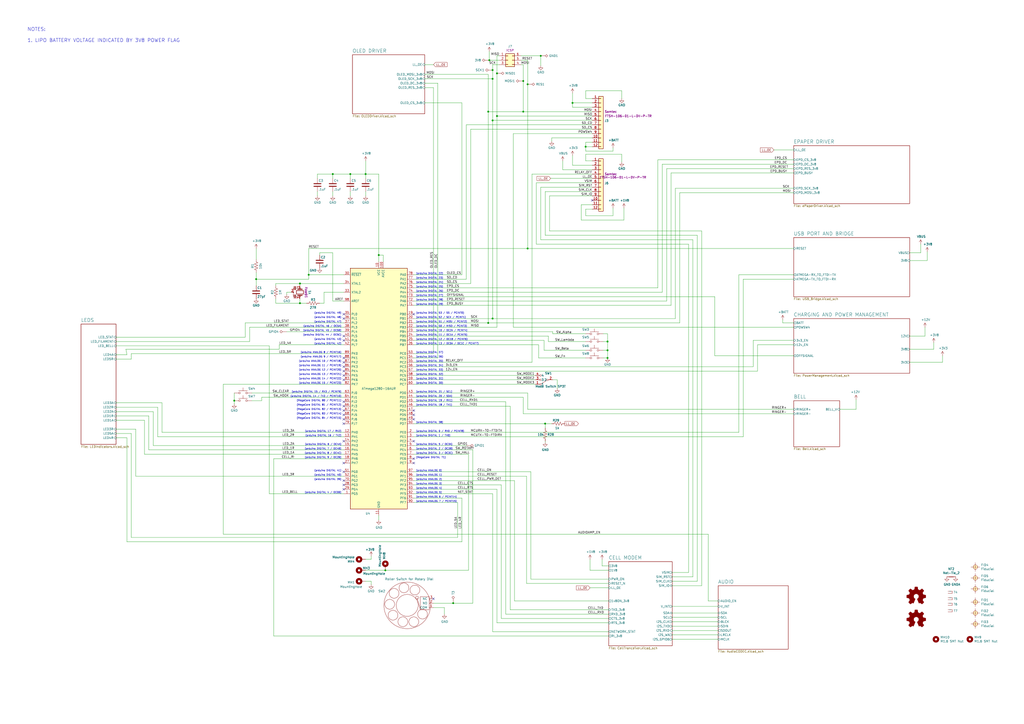
<source format=kicad_sch>
(kicad_sch (version 20230121) (generator eeschema)
  (paper "A2")
  (title_block (title "4G ROTARY CELLPHONE MAINBOARD") (company "J. Haupt") (comment 1 "Sky's Edge"))
  (junction (at 313.69 32.385))
  (junction (at 285.75 45.72))
  (junction (at 223.52 330.835))
  (junction (at 219.71 147.955))
  (junction (at 173.99 175.895))
  (junction (at 285.75 40.64))
  (junction (at 303.53 46.99))
  (junction (at 288.29 67.31))
  (junction (at 352.425 207.645))
  (junction (at 306.07 48.895))
  (junction (at 173.99 164.465))
  (junction (at 332.105 59.69))
  (junction (at 285.75 184.785))
  (junction (at 212.09 100.965))
  (junction (at 283.845 34.925))
  (junction (at 352.425 203.2))
  (junction (at 303.53 64.77))
  (junction (at 288.29 42.545))
  (junction (at 316.23 245.745))
  (junction (at 148.59 161.925))
  (junction (at 339.725 85.09))
  (junction (at 262.89 349.885))
  (junction (at 283.21 64.77))
  (junction (at 193.04 100.965))
  (junction (at 306.07 144.145))
  (junction (at 285.75 69.85))
  (junction (at 352.425 198.12))
  (junction (at 135.89 232.41))
  (junction (at 283.21 187.325))
  (junction (at 179.07 159.385))
  (junction (at 203.2 100.965))
  (no_connect (at 199.39 268.605))
  (no_connect (at 199.39 184.785))
  (no_connect (at 199.39 245.745))
  (no_connect (at 240.03 240.665))
  (no_connect (at 240.03 268.605))
  (no_connect (at 199.39 235.585))
  (no_connect (at 199.39 243.205))
  (no_connect (at 199.39 240.665))
  (no_connect (at 199.39 238.125))
  (no_connect (at 199.39 194.945))
  (no_connect (at 199.39 255.905))
  (no_connect (at 199.39 281.305))
  (no_connect (at 199.39 278.765))
  (no_connect (at 251.46 347.345))
  (no_connect (at 240.03 238.125))
  (no_connect (at 199.39 182.245))
  (no_connect (at 240.03 243.205))
  (no_connect (at 240.03 255.905))
  (no_connect (at 199.39 283.845))
  (no_connect (at 199.39 197.485))
  (no_connect (at 343.535 116.205))
  (no_connect (at 240.03 266.065))
  (no_connect (at 199.39 273.685))
  (no_connect (at 199.39 220.345))
  (no_connect (at 199.39 217.805))
  (no_connect (at 199.39 215.265))
  (no_connect (at 199.39 212.725))
  (no_connect (at 199.39 207.645))
  (no_connect (at 199.39 210.185))
  (no_connect (at 240.03 182.245))
  (no_connect (at 199.39 233.045))
  (wire (pts (xy 384.175 169.545) (xy 384.175 95.25)))
  (wire (pts (xy 407.035 339.725) (xy 389.89 339.725)))
  (wire (pts (xy 332.105 59.69) (xy 343.535 59.69)))
  (wire (pts (xy 240.03 220.345) (xy 310.515 220.345)))
  (wire (pts (xy 148.59 150.495) (xy 148.59 144.145)))
  (wire (pts (xy 240.03 273.685) (xy 307.975 273.685)))
  (wire (pts (xy 240.03 233.045) (xy 293.37 233.045)))
  (wire (pts (xy 88.9 238.76) (xy 88.9 258.445)))
  (wire (pts (xy 240.03 187.325) (xy 283.21 187.325)))
  (wire (pts (xy 240.03 263.525) (xy 271.78 263.525)))
  (wire (pts (xy 536.575 194.945) (xy 536.575 189.865)))
  (wire (pts (xy 448.945 86.995) (xy 460.375 86.995)))
  (wire (pts (xy 416.56 355.6) (xy 389.89 355.6)))
  (wire (pts (xy 73.025 202.565) (xy 161.925 202.565)))
  (wire (pts (xy 414.655 206.375) (xy 460.375 206.375)))
  (wire (pts (xy 67.31 200.66) (xy 156.21 200.66)))
  (wire (pts (xy 353.06 330.835) (xy 342.265 330.835)))
  (wire (pts (xy 355.6 87.63) (xy 355.6 85.725)))
  (wire (pts (xy 288.29 32.385) (xy 289.56 32.385)))
  (wire (pts (xy 212.09 113.665) (xy 212.09 111.125)))
  (wire (pts (xy 173.99 165.735) (xy 173.99 164.465)))
  (wire (pts (xy 352.425 198.12) (xy 352.425 203.2)))
  (wire (pts (xy 240.03 258.445) (xy 270.51 258.445)))
  (wire (pts (xy 349.885 203.2) (xy 352.425 203.2)))
  (wire (pts (xy 343.535 64.77) (xy 303.53 64.77)))
  (wire (pts (xy 343.535 118.745) (xy 337.185 118.745)))
  (wire (pts (xy 323.215 220.345) (xy 320.675 220.345)))
  (wire (pts (xy 212.09 93.345) (xy 212.09 100.965)))
  (wire (pts (xy 173.99 175.895) (xy 177.8 175.895)))
  (wire (pts (xy 332.105 95.885) (xy 332.105 90.17)))
  (wire (pts (xy 240.03 278.765) (xy 298.45 278.765)))
  (wire (pts (xy 527.685 194.945) (xy 536.575 194.945)))
  (wire (pts (xy 339.725 89.535) (xy 339.725 93.345)))
  (wire (pts (xy 160.02 175.895) (xy 173.99 175.895)))
  (wire (pts (xy 156.21 286.385) (xy 156.21 200.66)))
  (wire (pts (xy 73.66 205.74) (xy 67.31 205.74)))
  (wire (pts (xy 76.2 205.105) (xy 76.2 208.28)))
  (wire (pts (xy 416.56 348.615) (xy 410.845 348.615)))
  (wire (pts (xy 129.54 309.88) (xy 410.845 309.88)))
  (wire (pts (xy 93.98 233.68) (xy 93.98 250.825)))
  (wire (pts (xy 240.03 192.405) (xy 320.675 192.405)))
  (wire (pts (xy 283.21 64.77) (xy 283.21 187.325)))
  (wire (pts (xy 283.21 187.325) (xy 394.335 187.325)))
  (wire (pts (xy 339.725 85.09) (xy 343.535 85.09)))
  (wire (pts (xy 352.425 193.675) (xy 352.425 198.12)))
  (wire (pts (xy 135.89 227.965) (xy 135.89 232.41)))
  (wire (pts (xy 144.78 198.12) (xy 144.78 189.865)))
  (wire (pts (xy 332.105 53.975) (xy 332.105 59.69)))
  (wire (pts (xy 212.09 337.185) (xy 215.265 337.185)))
  (wire (pts (xy 313.69 32.385) (xy 302.26 32.385)))
  (wire (pts (xy 212.09 324.485) (xy 215.265 324.485)))
  (wire (pts (xy 313.69 108.585) (xy 313.69 139.065)))
  (wire (pts (xy 199.39 263.525) (xy 83.82 263.525)))
  (wire (pts (xy 313.69 38.1) (xy 313.69 32.385)))
  (wire (pts (xy 257.81 352.425) (xy 251.46 352.425)))
  (wire (pts (xy 144.78 189.865) (xy 199.39 189.865)))
  (wire (pts (xy 158.75 266.065) (xy 158.75 368.935)))
  (wire (pts (xy 297.815 189.865) (xy 460.375 189.865)))
  (wire (pts (xy 76.2 205.105) (xy 199.39 205.105)))
  (wire (pts (xy 389.89 358.14) (xy 416.56 358.14)))
  (wire (pts (xy 386.715 174.625) (xy 386.715 97.79)))
  (wire (pts (xy 339.725 85.09) (xy 339.725 87.63)))
  (wire (pts (xy 254 48.26) (xy 254 207.645)))
  (wire (pts (xy 315.595 203.2) (xy 339.725 203.2)))
  (wire (pts (xy 339.725 57.15) (xy 339.725 52.705)))
  (wire (pts (xy 428.625 250.825) (xy 428.625 159.385)))
  (wire (pts (xy 353.06 353.695) (xy 295.91 353.695)))
  (wire (pts (xy 343.535 74.93) (xy 273.05 74.93)))
  (wire (pts (xy 240.03 164.465) (xy 273.05 164.465)))
  (wire (pts (xy 312.42 207.645) (xy 339.725 207.645)))
  (wire (pts (xy 219.71 100.965) (xy 219.71 147.955)))
  (wire (pts (xy 199.39 266.065) (xy 158.75 266.065)))
  (wire (pts (xy 273.05 74.93) (xy 273.05 164.465)))
  (wire (pts (xy 285.75 286.385) (xy 240.03 286.385)))
  (wire (pts (xy 86.36 241.3) (xy 86.36 260.985)))
  (wire (pts (xy 391.795 109.22) (xy 460.375 109.22)))
  (wire (pts (xy 78.74 248.92) (xy 67.31 248.92)))
  (wire (pts (xy 360.68 89.535) (xy 339.725 89.535)))
  (wire (pts (xy 303.53 230.505) (xy 303.53 240.03)))
  (wire (pts (xy 78.74 276.225) (xy 199.39 276.225)))
  (wire (pts (xy 199.39 222.885) (xy 129.54 222.885)))
  (wire (pts (xy 283.845 34.925) (xy 289.56 34.925)))
  (wire (pts (xy 146.05 227.965) (xy 199.39 227.965)))
  (wire (pts (xy 240.03 227.965) (xy 306.07 227.965)))
  (wire (pts (xy 76.2 208.28) (xy 67.31 208.28)))
  (wire (pts (xy 283.21 43.18) (xy 246.38 43.18)))
  (wire (pts (xy 179.07 144.145) (xy 306.07 144.145)))
  (wire (pts (xy 187.96 169.545) (xy 199.39 169.545)))
  (wire (pts (xy 326.39 93.345) (xy 326.39 98.425)))
  (wire (pts (xy 270.51 72.39) (xy 270.51 161.925)))
  (wire (pts (xy 318.135 194.945) (xy 318.135 198.12)))
  (wire (pts (xy 384.175 95.25) (xy 460.375 95.25)))
  (wire (pts (xy 76.2 251.46) (xy 67.31 251.46)))
  (wire (pts (xy 399.415 141.605) (xy 311.15 141.605)))
  (wire (pts (xy 343.535 67.31) (xy 288.29 67.31)))
  (wire (pts (xy 262.89 349.885) (xy 274.32 349.885)))
  (wire (pts (xy 215.265 337.185) (xy 215.265 339.09)))
  (wire (pts (xy 436.88 212.725) (xy 436.88 197.485)))
  (wire (pts (xy 332.105 95.885) (xy 343.535 95.885)))
  (wire (pts (xy 240.03 174.625) (xy 386.715 174.625)))
  (wire (pts (xy 527.685 210.185) (xy 546.735 210.185)))
  (wire (pts (xy 240.03 260.985) (xy 274.32 260.985)))
  (wire (pts (xy 83.82 243.84) (xy 83.82 263.525)))
  (wire (pts (xy 307.975 335.915) (xy 353.06 335.915)))
  (wire (pts (xy 343.535 103.505) (xy 319.405 103.505)))
  (wire (pts (xy 404.495 136.525) (xy 404.495 337.185)))
  (wire (pts (xy 308.61 100.965) (xy 308.61 210.185)))
  (wire (pts (xy 274.32 260.985) (xy 274.32 349.885)))
  (wire (pts (xy 343.535 77.47) (xy 297.815 77.47)))
  (wire (pts (xy 240.03 194.945) (xy 318.135 194.945)))
  (wire (pts (xy 311.15 141.605) (xy 311.15 106.045)))
  (wire (pts (xy 320.675 192.405) (xy 320.675 193.675)))
  (wire (pts (xy 342.265 330.835) (xy 342.265 324.485)))
  (wire (pts (xy 135.89 234.315) (xy 135.89 232.41)))
  (wire (pts (xy 251.46 50.8) (xy 246.38 50.8)))
  (wire (pts (xy 414.655 172.085) (xy 414.655 206.375)))
  (wire (pts (xy 343.535 57.15) (xy 339.725 57.15)))
  (wire (pts (xy 187.96 175.895) (xy 187.96 169.545)))
  (wire (pts (xy 240.03 184.785) (xy 285.75 184.785)))
  (wire (pts (xy 142.24 187.325) (xy 199.39 187.325)))
  (wire (pts (xy 203.2 100.965) (xy 203.2 103.505)))
  (wire (pts (xy 416.56 360.68) (xy 389.89 360.68)))
  (wire (pts (xy 83.82 243.84) (xy 67.31 243.84)))
  (wire (pts (xy 534.035 141.605) (xy 534.035 146.685)))
  (wire (pts (xy 339.725 87.63) (xy 355.6 87.63)))
  (wire (pts (xy 215.265 324.485) (xy 215.265 322.58)))
  (wire (pts (xy 76.2 311.785) (xy 76.2 251.46)))
  (wire (pts (xy 270.51 72.39) (xy 343.535 72.39)))
  (wire (pts (xy 349.885 198.12) (xy 352.425 198.12)))
  (wire (pts (xy 326.39 98.425) (xy 343.535 98.425)))
  (wire (pts (xy 254 207.645) (xy 240.03 207.645)))
  (wire (pts (xy 240.03 215.265) (xy 439.42 215.265)))
  (wire (pts (xy 240.03 169.545) (xy 384.175 169.545)))
  (wire (pts (xy 166.37 169.545) (xy 168.91 169.545)))
  (wire (pts (xy 460.375 161.925) (xy 431.165 161.925)))
  (wire (pts (xy 320.04 80.01) (xy 343.535 80.01)))
  (wire (pts (xy 285.75 45.72) (xy 285.75 69.85)))
  (wire (pts (xy 91.44 253.365) (xy 199.39 253.365)))
  (wire (pts (xy 339.725 93.345) (xy 343.535 93.345)))
  (wire (pts (xy 306.07 237.49) (xy 306.07 227.965)))
  (wire (pts (xy 410.845 309.88) (xy 410.845 348.615)))
  (wire (pts (xy 310.515 222.885) (xy 240.03 222.885)))
  (wire (pts (xy 91.44 236.22) (xy 67.31 236.22)))
  (wire (pts (xy 394.335 111.76) (xy 460.375 111.76)))
  (wire (pts (xy 293.37 233.045) (xy 293.37 356.235)))
  (wire (pts (xy 303.53 46.99) (xy 303.53 64.77)))
  (wire (pts (xy 142.24 187.325) (xy 142.24 195.58)))
  (wire (pts (xy 160.02 173.355) (xy 160.02 175.895)))
  (wire (pts (xy 285.75 40.64) (xy 285.75 37.465)))
  (wire (pts (xy 285.75 45.72) (xy 285.75 40.64)))
  (wire (pts (xy 93.98 233.68) (xy 67.31 233.68)))
  (wire (pts (xy 67.31 198.12) (xy 144.78 198.12)))
  (wire (pts (xy 91.44 236.22) (xy 91.44 253.365)))
  (wire (pts (xy 222.25 147.955) (xy 219.71 147.955)))
  (wire (pts (xy 199.39 192.405) (xy 166.37 192.405)))
  (wire (pts (xy 436.88 197.485) (xy 460.375 197.485)))
  (wire (pts (xy 219.71 147.955) (xy 219.71 151.765)))
  (wire (pts (xy 349.25 328.295) (xy 353.06 328.295)))
  (wire (pts (xy 439.42 200.025) (xy 460.375 200.025)))
  (wire (pts (xy 193.04 100.965) (xy 193.04 103.505)))
  (wire (pts (xy 240.03 177.165) (xy 389.255 177.165)))
  (wire (pts (xy 303.53 64.77) (xy 283.21 64.77)))
  (wire (pts (xy 288.29 42.545) (xy 288.29 32.385)))
  (wire (pts (xy 310.515 217.805) (xy 240.03 217.805)))
  (wire (pts (xy 352.425 203.2) (xy 352.425 207.645)))
  (wire (pts (xy 360.68 57.15) (xy 360.68 52.705)))
  (wire (pts (xy 158.75 368.935) (xy 353.06 368.935)))
  (wire (pts (xy 240.03 197.485) (xy 315.595 197.485)))
  (wire (pts (xy 257.81 352.425) (xy 257.81 356.235)))
  (wire (pts (xy 173.99 164.465) (xy 160.02 164.465)))
  (wire (pts (xy 320.04 81.915) (xy 320.04 80.01)))
  (wire (pts (xy 537.845 151.13) (xy 537.845 146.05)))
  (wire (pts (xy 355.6 120.65) (xy 355.6 125.095)))
  (wire (pts (xy 389.89 363.22) (xy 416.56 363.22)))
  (wire (pts (xy 212.09 100.965) (xy 212.09 103.505)))
  (wire (pts (xy 270.51 161.925) (xy 240.03 161.925)))
  (wire (pts (xy 416.56 365.76) (xy 389.89 365.76)))
  (wire (pts (xy 316.23 136.525) (xy 316.23 111.125)))
  (wire (pts (xy 240.03 276.225) (xy 305.435 276.225)))
  (wire (pts (xy 88.9 238.76) (xy 67.31 238.76)))
  (wire (pts (xy 343.535 108.585) (xy 313.69 108.585)))
  (wire (pts (xy 391.795 184.785) (xy 391.795 109.22)))
  (wire (pts (xy 337.185 127.635) (xy 361.95 127.635)))
  (wire (pts (xy 527.685 202.565) (xy 541.655 202.565)))
  (wire (pts (xy 355.6 125.095) (xy 339.725 125.095)))
  (wire (pts (xy 240.03 159.385) (xy 267.97 159.385)))
  (wire (pts (xy 360.68 93.98) (xy 360.68 89.535)))
  (wire (pts (xy 431.165 161.925) (xy 431.165 253.365)))
  (wire (pts (xy 283.21 43.18) (xy 283.21 64.77)))
  (wire (pts (xy 179.07 159.385) (xy 179.07 144.145)))
  (wire (pts (xy 179.07 159.385) (xy 199.39 159.385)))
  (wire (pts (xy 267.97 59.69) (xy 267.97 159.385)))
  (wire (pts (xy 295.91 235.585) (xy 295.91 353.695)))
  (wire (pts (xy 251.46 349.885) (xy 262.89 349.885)))
  (wire (pts (xy 343.535 113.665) (xy 318.77 113.665)))
  (wire (pts (xy 361.95 127.635) (xy 361.95 120.65)))
  (wire (pts (xy 311.15 106.045) (xy 343.535 106.045)))
  (wire (pts (xy 222.25 147.955) (xy 222.25 151.765)))
  (wire (pts (xy 381.635 167.005) (xy 381.635 92.71)))
  (wire (pts (xy 339.725 82.55) (xy 343.535 82.55)))
  (wire (pts (xy 312.42 200.025) (xy 312.42 207.645)))
  (wire (pts (xy 428.625 159.385) (xy 460.375 159.385)))
  (wire (pts (xy 219.71 299.085) (xy 219.71 301.625)))
  (wire (pts (xy 142.24 195.58) (xy 67.31 195.58)))
  (wire (pts (xy 240.03 250.825) (xy 428.625 250.825)))
  (wire (pts (xy 323.215 220.345) (xy 323.215 225.425)))
  (wire (pts (xy 285.75 69.85) (xy 285.75 184.785)))
  (wire (pts (xy 316.23 248.285) (xy 316.23 245.745)))
  (wire (pts (xy 86.36 260.985) (xy 199.39 260.985)))
  (wire (pts (xy 285.75 45.72) (xy 246.38 45.72)))
  (wire (pts (xy 267.97 288.925) (xy 240.03 288.925)))
  (wire (pts (xy 254 48.26) (xy 246.38 48.26)))
  (wire (pts (xy 285.75 366.395) (xy 353.06 366.395)))
  (wire (pts (xy 199.39 174.625) (xy 193.04 174.625)))
  (wire (pts (xy 185.42 175.895) (xy 187.96 175.895)))
  (wire (pts (xy 151.765 230.505) (xy 199.39 230.505)))
  (wire (pts (xy 193.04 146.685) (xy 185.42 146.685)))
  (wire (pts (xy 199.39 258.445) (xy 88.9 258.445)))
  (wire (pts (xy 389.89 370.84) (xy 416.56 370.84)))
  (wire (pts (xy 302.26 37.465) (xy 303.53 37.465)))
  (wire (pts (xy 148.59 161.925) (xy 148.59 165.735)))
  (wire (pts (xy 454.025 185.42) (xy 454.025 187.325)))
  (wire (pts (xy 297.815 77.47) (xy 297.815 189.865)))
  (wire (pts (xy 343.535 62.23) (xy 332.105 62.23)))
  (wire (pts (xy 353.06 358.775) (xy 290.83 358.775)))
  (wire (pts (xy 193.04 174.625) (xy 193.04 146.685)))
  (wire (pts (xy 407.035 133.985) (xy 407.035 339.725)))
  (wire (pts (xy 86.36 241.3) (xy 67.31 241.3)))
  (wire (pts (xy 267.97 59.69) (xy 246.38 59.69)))
  (wire (pts (xy 285.75 69.85) (xy 343.535 69.85)))
  (wire (pts (xy 288.29 283.845) (xy 288.29 361.315)))
  (wire (pts (xy 339.725 125.095) (xy 339.725 121.285)))
  (wire (pts (xy 151.765 230.505) (xy 151.765 232.41)))
  (wire (pts (xy 73.66 314.325) (xy 267.97 314.325)))
  (wire (pts (xy 416.56 368.3) (xy 389.89 368.3)))
  (wire (pts (xy 306.07 144.145) (xy 306.07 48.895)))
  (wire (pts (xy 246.38 37.465) (xy 251.46 37.465)))
  (wire (pts (xy 339.725 193.675) (xy 320.675 193.675)))
  (wire (pts (xy 240.03 212.725) (xy 436.88 212.725)))
  (wire (pts (xy 203.2 100.965) (xy 212.09 100.965)))
  (wire (pts (xy 349.885 193.675) (xy 352.425 193.675)))
  (wire (pts (xy 151.765 232.41) (xy 146.05 232.41)))
  (wire (pts (xy 353.06 338.455) (xy 305.435 338.455)))
  (wire (pts (xy 271.78 263.525) (xy 271.78 330.835)))
  (wire (pts (xy 184.15 103.505) (xy 184.15 100.965)))
  (wire (pts (xy 303.53 240.03) (xy 460.375 240.03)))
  (wire (pts (xy 320.04 245.745) (xy 316.23 245.745)))
  (wire (pts (xy 316.23 111.125) (xy 343.535 111.125)))
  (wire (pts (xy 199.39 164.465) (xy 173.99 164.465)))
  (wire (pts (xy 283.845 29.845) (xy 283.845 34.925)))
  (wire (pts (xy 342.265 340.995) (xy 353.06 340.995)))
  (wire (pts (xy 148.59 161.925) (xy 179.07 161.925)))
  (wire (pts (xy 290.83 281.305) (xy 290.83 358.775)))
  (wire (pts (xy 298.45 348.615) (xy 298.45 278.765)))
  (wire (pts (xy 439.42 215.265) (xy 439.42 200.025)))
  (wire (pts (xy 401.955 334.645) (xy 389.89 334.645)))
  (wire (pts (xy 240.03 283.845) (xy 288.29 283.845)))
  (wire (pts (xy 267.97 314.325) (xy 267.97 288.925)))
  (wire (pts (xy 389.89 332.105) (xy 399.415 332.105)))
  (wire (pts (xy 184.15 111.125) (xy 184.15 113.665)))
  (wire (pts (xy 386.715 97.79) (xy 460.375 97.79)))
  (wire (pts (xy 290.83 281.305) (xy 240.03 281.305)))
  (wire (pts (xy 212.09 100.965) (xy 219.71 100.965)))
  (wire (pts (xy 339.725 52.705) (xy 360.68 52.705)))
  (wire (pts (xy 527.685 151.13) (xy 537.845 151.13)))
  (wire (pts (xy 313.69 139.065) (xy 401.955 139.065)))
  (wire (pts (xy 199.39 286.385) (xy 156.21 286.385)))
  (wire (pts (xy 332.105 59.69) (xy 332.105 62.23)))
  (wire (pts (xy 306.07 237.49) (xy 460.375 237.49)))
  (wire (pts (xy 401.955 139.065) (xy 401.955 334.645)))
  (wire (pts (xy 306.07 48.895) (xy 306.07 34.925)))
  (wire (pts (xy 78.74 276.225) (xy 78.74 248.92)))
  (wire (pts (xy 487.045 237.49) (xy 496.57 237.49)))
  (wire (pts (xy 337.185 118.745) (xy 337.185 127.635)))
  (wire (pts (xy 73.025 202.565) (xy 73.66 205.74)))
  (wire (pts (xy 240.03 253.365) (xy 431.165 253.365)))
  (wire (pts (xy 389.89 351.79) (xy 416.56 351.79)))
  (wire (pts (xy 240.03 245.745) (xy 316.23 245.745)))
  (wire (pts (xy 288.29 67.31) (xy 288.29 189.865)))
  (wire (pts (xy 285.75 366.395) (xy 285.75 286.385)))
  (wire (pts (xy 288.29 67.31) (xy 288.29 42.545)))
  (wire (pts (xy 308.61 100.965) (xy 343.535 100.965)))
  (wire (pts (xy 240.03 210.185) (xy 308.61 210.185)))
  (wire (pts (xy 534.035 146.685) (xy 527.685 146.685)))
  (wire (pts (xy 148.59 158.115) (xy 148.59 161.925)))
  (wire (pts (xy 160.02 164.465) (xy 160.02 165.735)))
  (wire (pts (xy 73.66 314.325) (xy 73.66 254)))
  (wire (pts (xy 349.885 207.645) (xy 352.425 207.645)))
  (wire (pts (xy 240.03 189.865) (xy 288.29 189.865)))
  (wire (pts (xy 546.735 206.375) (xy 546.735 210.185)))
  (wire (pts (xy 285.75 37.465) (xy 289.56 37.465)))
  (wire (pts (xy 193.04 100.965) (xy 203.2 100.965)))
  (wire (pts (xy 93.98 250.825) (xy 199.39 250.825)))
  (wire (pts (xy 339.725 85.09) (xy 339.725 82.55)))
  (wire (pts (xy 389.255 177.165) (xy 389.255 100.33)))
  (wire (pts (xy 404.495 136.525) (xy 316.23 136.525)))
  (wire (pts (xy 240.03 172.085) (xy 414.655 172.085)))
  (wire (pts (xy 240.03 230.505) (xy 303.53 230.505)))
  (wire (pts (xy 161.925 200.025) (xy 161.925 202.565)))
  (wire (pts (xy 496.57 237.49) (xy 496.57 231.775)))
  (wire (pts (xy 399.415 332.105) (xy 399.415 141.605)))
  (wire (pts (xy 305.435 276.225) (xy 305.435 338.455)))
  (wire (pts (xy 161.925 200.025) (xy 199.39 200.025)))
  (wire (pts (xy 265.43 291.465) (xy 265.43 311.785)))
  (wire (pts (xy 288.29 361.315) (xy 353.06 361.315)))
  (wire (pts (xy 353.06 348.615) (xy 298.45 348.615)))
  (wire (pts (xy 212.09 330.835) (xy 223.52 330.835)))
  (wire (pts (xy 541.655 202.565) (xy 541.655 198.755)))
  (wire (pts (xy 73.66 254) (xy 67.31 254)))
  (wire (pts (xy 203.2 113.665) (xy 203.2 111.125)))
  (wire (pts (xy 240.03 167.005) (xy 381.635 167.005)))
  (wire (pts (xy 193.04 111.125) (xy 193.04 113.665)))
  (wire (pts (xy 240.03 235.585) (xy 295.91 235.585)))
  (wire (pts (xy 240.03 291.465) (xy 265.43 291.465)))
  (wire (pts (xy 306.07 34.925) (xy 302.26 34.925)))
  (wire (pts (xy 251.46 50.8) (xy 251.46 205.105)))
  (wire (pts (xy 316.23 255.905) (xy 316.23 256.54)))
  (wire (pts (xy 318.77 133.985) (xy 407.035 133.985)))
  (wire (pts (xy 339.725 198.12) (xy 318.135 198.12)))
  (wire (pts (xy 306.07 144.145) (xy 460.375 144.145)))
  (wire (pts (xy 240.03 200.025) (xy 312.42 200.025)))
  (wire (pts (xy 173.99 173.355) (xy 173.99 175.895)))
  (wire (pts (xy 315.595 197.485) (xy 315.595 203.2)))
  (wire (pts (xy 185.42 146.685) (xy 185.42 147.955)))
  (wire (pts (xy 166.37 170.815) (xy 166.37 169.545)))
  (wire (pts (xy 389.255 100.33) (xy 460.375 100.33)))
  (wire (pts (xy 353.06 356.235) (xy 293.37 356.235)))
  (wire (pts (xy 251.46 205.105) (xy 240.03 205.105)))
  (wire (pts (xy 454.025 187.325) (xy 460.375 187.325)))
  (wire (pts (xy 349.25 324.485) (xy 349.25 328.295)))
  (wire (pts (xy 285.75 184.785) (xy 391.795 184.785)))
  (wire (pts (xy 303.53 37.465) (xy 303.53 46.99)))
  (wire (pts (xy 184.15 100.965) (xy 193.04 100.965)))
  (wire (pts (xy 307.975 273.685) (xy 307.975 335.915)))
  (wire (pts (xy 381.635 92.71) (xy 460.375 92.71)))
  (wire (pts (xy 318.77 113.665) (xy 318.77 133.985)))
  (wire (pts (xy 223.52 330.835) (xy 271.78 330.835)))
  (wire (pts (xy 389.89 337.185) (xy 404.495 337.185)))
  (wire (pts (xy 339.725 121.285) (xy 343.535 121.285)))
  (wire (pts (xy 129.54 222.885) (xy 129.54 309.88)))
  (wire (pts (xy 179.07 161.925) (xy 179.07 159.385)))
  (wire (pts (xy 76.2 311.785) (xy 265.43 311.785)))
  (wire (pts (xy 394.335 187.325) (xy 394.335 111.76)))
  (text "(arduino DIGITAL 8 / OC4C)" (at 198.12 263.525 0) (effects (font (size 0.9906 0.9906)) (justify right bottom)))
  (text "(arduino DIGITAL 9 / OC2B)" (at 198.12 266.065 0) (effects (font (size 0.9906 0.9906)) (justify right bottom)))
  (text "(arduino DIGITAL 37)" (at 241.3 205.105 0) (effects (font (size 0.9906 0.9906)) (justify left bottom)))
  (text "(arduino DIGITAL 31)" (at 241.3 220.345 0) (effects (font (size 0.9906 0.9906)) (justify left bottom)))
  (text "(arduino DIGITAL 2 / OC3B)" (at 241.3 260.985 0) (effects (font (size 0.9906 0.9906)) (justify left bottom)))
  (text "(arduino DIGITAL 39)" (at 198.12 278.765 0) (effects (font (size 0.9906 0.9906)) (justify right bottom)))
  (text "(arduino DIGITAL 46 / OC5A)" (at 198.12 189.865 0) (effects (font (size 0.9906 0.9906)) (justify right bottom)))
  (text "(arduino DIGITAL 17 / RX2)" (at 198.12 250.825 0) (effects (font (size 0.9906 0.9906)) (justify right bottom)))
  (text "(arduino DIGITAL 34)" (at 241.3 212.725 0) (effects (font (size 0.9906 0.9906)) (justify left bottom)))
  (text "(arduino DIGITAL 53 / SS / PCINT0)" (at 241.3 182.245 0) (effects (font (size 0.9906 0.9906)) (justify left bottom)))
  (text "(arduino DIGITAL 52 / SCK / PCINT1)" (at 241.3 184.785 0) (effects (font (size 0.9906 0.9906)) (justify left bottom)))
  (text "(arduino DIGITAL 23)" (at 241.3 161.925 0) (effects (font (size 0.9906 0.9906)) (justify left bottom)))
  (text "(arduino DIGITAL 38)" (at 241.3 245.745 0) (effects (font (size 0.9906 0.9906)) (justify left bottom)))
  (text "(arduino ANALOG 10 / PCINT18)" (at 198.12 210.185 0) (effects (font (size 0.9906 0.9906)) (justify right bottom)))
  (text "(arduino ANALOG 15 / PCINT23)" (at 198.12 222.885 0) (effects (font (size 0.9906 0.9906)) (justify right bottom)))
  (text "(arduino DIGITAL 1 / TX0)" (at 241.3 253.365 0) (effects (font (size 0.9906 0.9906)) (justify left bottom)))
  (text "(arduino ANALOG 1)" (at 241.3 276.225 0) (effects (font (size 0.9906 0.9906)) (justify left bottom)))
  (text "(arduino DIGITAL 26)" (at 241.3 169.545 0) (effects (font (size 0.9906 0.9906)) (justify left bottom)))
  (text "(arduino DIGITAL 15 / RX3 / PCINT9)" (at 198.12 227.965 0) (effects (font (size 0.9906 0.9906)) (justify right bottom)))
  (text "(arduino DIGITAL 27)" (at 241.3 172.085 0) (effects (font (size 0.9906 0.9906)) (justify left bottom)))
  (text "(arduino DIGITAL 0 / RX0 / PCINT8)" (at 241.3 250.825 0) (effects (font (size 0.9906 0.9906)) (justify left bottom)))
  (text "(MegaCore DIGITAL 83 / PCINT14)" (at 198.12 240.665 0) (effects (font (size 0.9906 0.9906)) (justify right bottom)))
  (text "(arduino ANALOG 6 / PCINT14)" (at 241.3 288.925 0) (effects (font (size 0.9906 0.9906)) (justify left bottom)))
  (text "(arduino ANALOG 5)" (at 241.3 286.385 0) (effects (font (size 0.9906 0.9906)) (justify left bottom)))
  (text "(arduino ANALOG 12 / PCINT20)" (at 198.12 215.265 0) (effects (font (size 0.9906 0.9906)) (justify right bottom)))
  (text "(arduino DIGITAL 36)" (at 241.3 207.645 0) (effects (font (size 0.9906 0.9906)) (justify left bottom)))
  (text "(arduino ANALOG 4)" (at 241.3 283.845 0) (effects (font (size 0.9906 0.9906)) (justify left bottom)))
  (text "(arduino DIGITAL 44 / OC5C)" (at 198.12 194.945 0) (effects (font (size 0.9906 0.9906)) (justify right bottom)))
  (text "(arduino ANALOG 8 / PCINT16)" (at 198.12 205.105 0) (effects (font (size 0.9906 0.9906)) (justify right bottom)))
  (text "(arduino ANALOG 9 / PCINT17)" (at 198.12 207.645 0) (effects (font (size 0.9906 0.9906)) (justify right bottom)))
  (text "(arduino DIGITAL 29)" (at 241.3 177.165 0) (effects (font (size 0.9906 0.9906)) (justify left bottom)))
  (text "(arduino ANALOG 13 / PCINT21)" (at 198.12 217.805 0) (effects (font (size 0.9906 0.9906)) (justify right bottom)))
  (text "(arduino DIGITAL 19 / RX1)" (at 241.3 233.045 0) (effects (font (size 0.9906 0.9906)) (justify left bottom)))
  (text "(arduino ANALOG 3)" (at 241.3 281.305 0) (effects (font (size 0.9906 0.9906)) (justify left bottom)))
  (text "(arduino DIGITAL 33)" (at 241.3 215.265 0) (effects (font (size 0.9906 0.9906)) (justify left bottom)))
  (text "(MegaCore DIGITAL 71)" (at 241.3 266.065 0) (effects (font (size 0.9906 0.9906)) (justify left bottom)))
  (text "(MegaCore DIGITAL 80 / PCINT11)" (at 198.12 233.045 0) (effects (font (size 0.9906 0.9906)) (justify right bottom)))
  (text "(arduino DIGITAL 6 / OC4A)" (at 198.12 258.445 0) (effects (font (size 0.9906 0.9906)) (justify right bottom)))
  (text "(arduino DIGITAL 18 / TX1)" (at 241.3 235.585 0) (effects (font (size 0.9906 0.9906)) (justify left bottom)))
  (text "(arduino DIGITAL 35)" (at 241.3 210.185 0) (effects (font (size 0.9906 0.9906)) (justify left bottom)))
  (text "(MegaCore DIGITAL 82 / PCINT13)" (at 198.12 238.125 0) (effects (font (size 0.9906 0.9906)) (justify right bottom)))
  (text "(arduino DIGITAL 25)" (at 241.3 167.005 0) (effects (font (size 0.9906 0.9906)) (justify left bottom)))
  (text "(arduino DIGITAL 4 / OC0B)" (at 198.12 286.385 0) (effects (font (size 0.9906 0.9906)) (justify right bottom)))
  (text "(MegaCore DIGITAL 81 / PCINT12)" (at 198.12 235.585 0) (effects (font (size 0.9906 0.9906)) (justify right bottom)))
  (text "(arduino DIGITAL 24)" (at 241.3 164.465 0) (effects (font (size 0.9906 0.9906)) (justify left bottom)))
  (text "(arduino DIGITAL 3 / OC3C)" (at 241.3 263.525 0) (effects (font (size 0.9906 0.9906)) (justify left bottom)))
  (text "(arduino DIGITAL 41)" (at 198.12 273.685 0) (effects (font (size 0.9906 0.9906)) (justify right bottom)))
  (text "(arduino DIGITAL 14 / TX3 / PCINT10)" (at 198.12 230.505 0) (effects (font (size 0.9906 0.9906)) (justify right bottom)))
  (text "(arduino ANALOG 0)" (at 241.3 273.685 0) (effects (font (size 0.9906 0.9906)) (justify left bottom)))
  (text "(arduino ANALOG 11 / PCINT19)" (at 198.12 212.725 0) (effects (font (size 0.9906 0.9906)) (justify right bottom)))
  (text "(arduino DIGITAL 12 / OC1B / PCINT6)" (at 241.3 197.485 0) (effects (font (size 0.9906 0.9906)) (justify left bottom)))
  (text "(arduino DIGITAL 45 / OC5B)" (at 198.12 192.405 0) (effects (font (size 0.9906 0.9906)) (justify right bottom)))
  (text "(arduino DIGITAL 22)" (at 241.3 159.385 0) (effects (font (size 0.9906 0.9906)) (justify left bottom)))
  (text "(arduino ANALOG 7 / PCINT15)" (at 241.3 291.465 0) (effects (font (size 0.9906 0.9906)) (justify left bottom)))
  (text "(arduino DIGITAL 11 / OC1A / PCINT5)" (at 241.3 194.945 0) (effects (font (size 0.9906 0.9906)) (justify left bottom)))
  (text "NOTES:\n\n1. LIPO BATTERY VOLTAGE INDICATED BY 3V8 POWER FLAG" (at 15.875 24.765 0) (effects (font (size 2.0066 2.0066)) (justify left bottom)))
  (text "(arduino DIGITAL 32)" (at 241.3 217.805 0) (effects (font (size 0.9906 0.9906)) (justify left bottom)))
  (text "(arduino DIGITAL 10 / OC2A / PCINT4)" (at 241.3 192.405 0) (effects (font (size 0.9906 0.9906)) (justify left bottom)))
  (text "(arduino DIGITAL 49)" (at 198.12 182.245 0) (effects (font (size 0.9906 0.9906)) (justify right bottom)))
  (text "(arduino ANALOG 14 / PCINT22)" (at 198.12 220.345 0) (effects (font (size 0.9906 0.9906)) (justify right bottom)))
  (text "(arduino DIGITAL 7 / OC4B)" (at 198.12 260.985 0) (effects (font (size 0.9906 0.9906)) (justify right bottom)))
  (text "(arduino DIGITAL 48)" (at 198.12 184.785 0) (effects (font (size 0.9906 0.9906)) (justify right bottom)))
  (text "(arduino DIGITAL 47)" (at 198.12 187.325 0) (effects (font (size 0.9906 0.9906)) (justify right bottom)))
  (text "(arduino DIGITAL 28)" (at 241.3 174.625 0) (effects (font (size 0.9906 0.9906)) (justify left bottom)))
  (text "(arduino DIGITAL 16 / TX2)" (at 198.12 253.365 0) (effects (font (size 0.9906 0.9906)) (justify right bottom)))
  (text "(arduino DIGITAL 30)" (at 241.3 222.885 0) (effects (font (size 0.9906 0.9906)) (justify left bottom)))
  (text "(arduino DIGITAL 20 / SDA)" (at 241.3 230.505 0) (effects (font (size 0.9906 0.9906)) (justify left bottom)))
  (text "(arduino DIGITAL 40)" (at 198.12 276.225 0) (effects (font (size 0.9906 0.9906)) (justify right bottom)))
  (text "(arduino DIGITAL 21 / SCL)" (at 241.3 227.965 0) (effects (font (size 0.9906 0.9906)) (justify left bottom)))
  (text "(arduino ANALOG 2)" (at 241.3 278.765 0) (effects (font (size 0.9906 0.9906)) (justify left bottom)))
  (text "(arduino DIGITAL 13 / OC0A / OC1C / PCINT7)" (at 241.3 200.025 0) (effects (font (size 0.9906 0.9906)) (justify left bottom)))
  (text "(MegaCore DIGITAL 84 / PCINT15)" (at 198.12 243.205 0) (effects (font (size 0.9906 0.9906)) (justify right bottom)))
  (text "(arduino DIGITAL 50 / MISO / PCINT3)" (at 241.3 189.865 0) (effects (font (size 0.9906 0.9906)) (justify left bottom)))
  (text "(arduino DIGITAL 51 / MOSI / PCINT2)" (at 241.3 187.325 0) (effects (font (size 0.9906 0.9906)) (justify left bottom)))
  (text "(arduino DIGITAL 42)" (at 198.12 200.025 0) (effects (font (size 0.9906 0.9906)) (justify right bottom)))
  (text "(arduino DIGITAL 5 / OC3A)" (at 241.3 258.445 0) (effects (font (size 0.9906 0.9906)) (justify left bottom)))
  (text "(arduino DIGITAL 43)" (at 198.12 197.485 0) (effects (font (size 0.9906 0.9906)) (justify right bottom)))
  (label "LED_1A" (at 170.815 263.525 180))
  (label "LED_3A" (at 170.815 250.825 180))
  (label "EPD_CS" (at 259.08 167.005 0))
  (label "EPD_RESET" (at 457.2 97.79 180))
  (label "MOSI" (at 302.26 37.465 0))
  (label "CELL_CTS" (at 265.43 281.305 0))
  (label "OLED_CS" (at 259.08 159.385 0))
  (label "LED_1R" (at 170.815 260.985 180))
  (label "MOSI" (at 343.535 64.77 180))
  (label "MISO" (at 343.535 67.31 180))
  (label "CELL_ON" (at 276.86 273.685 0))
  (label "LED_5R" (at 168.91 205.105 180))
  (label "RELAY_OFF" (at 258.445 210.185 0))
  (label "SW_HALL" (at 264.16 263.525 0))
  (label "LED_2A" (at 170.815 258.445 180))
  (label "GPIO1" (at 265.43 258.445 0))
  (label "CELL_PWR_DET" (at 276.86 278.765 0))
  (label "SD_CD" (at 343.535 72.39 180))
  (label "LED_2R" (at 170.815 253.365 180))
  (label "SW_HOOK" (at 167.64 230.505 180))
  (label "MOSI" (at 252.095 43.18 180))
  (label "SIM_IO" (at 343.535 113.665 180))
  (label "CELL_RXD" (at 340.995 356.235 0))
  (label "SW_MODE2" (at 299.72 220.345 0))
  (label "SW_Beta" (at 321.945 203.2 0))
  (label "SW_ROTARY" (at 264.16 260.985 0))
  (label "GPIO4" (at 173.99 192.405 180))
  (label "3v3_EN" (at 258.445 212.725 0))
  (label "LED_3R" (at 170.815 276.225 180))
  (label "RINGER-" (at 275.59 230.505 180))
  (label "AREF" (at 194.31 174.625 0))
  (label "POWSW4" (at 343.535 77.47 180))
  (label "CELL_RESET" (at 276.86 276.225 0))
  (label "OLED_DC" (at 254 155.575 90))
  (label "EPD_BUSY" (at 259.08 177.165 0))
  (label "RINGER+" (at 275.59 227.965 180))
  (label "OFFSIGNAL" (at 259.08 172.085 0))
  (label "NET_STAT" (at 265.43 286.385 0))
  (label "SCK" (at 343.535 69.85 180))
  (label "SIM_RST" (at 343.535 108.585 180))
  (label "SCK" (at 287.655 37.465 180))
  (label "MOSI" (at 273.05 187.325 0))
  (label "MISO" (at 273.05 189.865 0))
  (label "LED_FILAMENT" (at 167.64 189.865 180))
  (label "CELL_TXD" (at 340.995 353.695 0))
  (label "MISO" (at 289.56 32.385 180))
  (label "EPD_DC" (at 259.08 169.545 0))
  (label "MOSI" (at 454.025 111.76 0))
  (label "CELL_TXD1" (at 266.7 235.585 0))
  (label "VSIM" (at 343.535 106.045 180))
  (label "SW_MODE1" (at 299.72 217.805 0))
  (label "SW_MODE3" (at 299.72 222.885 0))
  (label "EPD_CS" (at 456.565 92.71 180))
  (label "LED_5A" (at 265.43 299.72 270))
  (label "MCURX-TO-FTDITX" (at 273.05 250.825 0))
  (label "RINGER+" (at 447.675 237.49 0))
  (label "RESET" (at 179.07 144.145 0))
  (label "LED_4A" (at 168.91 200.025 180))
  (label "12v_EN" (at 258.445 215.265 0))
  (label "SD_CS" (at 343.535 74.93 180))
  (label "SW_Lambda" (at 321.945 198.12 0))
  (label "LED_4R" (at 267.97 306.705 90))
  (label "EPD_DC" (at 456.565 95.25 180))
  (label "RINGER-" (at 447.675 240.03 0))
  (label "SW_Alpha" (at 322.58 193.675 0))
  (label "AUDIOAMP_EN" (at 335.28 309.88 0))
  (label "LED_BELL" (at 172.72 286.385 180))
  (label "SW_Fn" (at 321.945 207.645 0))
  (label "RELAY_OFF" (at 343.535 100.965 180))
  (label "LED_STAT" (at 167.64 187.325 180))
  (label "EPD_BUSY" (at 456.565 100.33 180))
  (label "CELL_RI" (at 170.815 266.065 180))
  (label "SW_CLEAR" (at 167.64 227.965 180))
  (label "LL_OE" (at 343.535 103.505 180))
  (label "SIM_CLK" (at 343.535 111.125 180))
  (label "SCK" (at 251.46 45.72 180))
  (label "OLED_RES" (at 251.46 155.575 90))
  (label "SCK" (at 273.05 184.785 0))
  (label "EPD_RESET" (at 259.08 174.625 0))
  (label "RESET" (at 302.895 34.925 0))
  (label "CELL_RXD1" (at 266.7 233.045 0))
  (label "CELL_RTS" (at 265.43 283.845 0))
  (label "SCK" (at 454.025 109.22 0))
  (label "SD_CS" (at 259.08 164.465 0))
  (label "MCUTX-TO-FTDIRX" (at 273.05 253.365 0))
  (label "SD_CD" (at 259.08 161.925 0))
  (global_label "LL_OE" (shape input) (at 319.405 103.505 180) (property "Intersheetrefs" "${INTERSHEET_REFS}" (effects hide)))
  (global_label "LL_OE" (shape input) (at 448.945 86.995 180) (property "Intersheetrefs" "${INTERSHEET_REFS}" (effects hide)))
  (global_label "LL_OE" (shape input) (at 251.46 37.465 0) (property "Intersheetrefs" "${INTERSHEET_REFS}" (effects hide)))
  (global_label "LL_OE" (shape output) (at 327.66 245.745 0) (property "Intersheetrefs" "${INTERSHEET_REFS}" (effects hide)))
  (global_label "LL_OE" (shape input) (at 342.265 340.995 180) (property "Intersheetrefs" "${INTERSHEET_REFS}" (effects hide)))
  (symbol (lib_id "Device:R_US") (at 148.59 154.305 180) (unit 1)
    (property "Reference" "R1" (at 146.558 154.305 90))
    (property "Value" "10k" (at 151.13 154.305 90))
    (property "Footprint" "Resistor_SMD:R_0603_1608Metric" (effects hide))
    (property "Mfg. Name" "TE" (effects hide))
    (property "Mfg. Part No." "CRG0603F10K/10" (effects hide))
  )
  (symbol (lib_id "Device:Resonator") (at 173.99 169.545 270) (unit 1)
    (property "Reference" "Y1" (at 179.705 169.545 0))
    (property "Value" "16MHz Resonator" (effects hide))
    (property "Footprint" "MyFootprints:AWSCR-16.00CV-T" (effects hide))
    (property "Mfg. Name" "Abracon" (effects hide))
    (property "Mfg. Part No." "AWSCR-16.00CV-T" (effects hide))
    (property "Label" "16MHz" (at 177.546 169.545 0))
  )
  (symbol (lib_id "power:GND") (at 166.37 170.815 0) (unit 1)
    (property "Reference" "#PWR03" (effects hide))
    (property "Value" "GND" (at 166.37 174.625 0))
  )
  (symbol (lib_id "Device:C") (at 148.59 169.545 0) (unit 1)
    (property "Reference" "C1" (at 149.225 167.005 0) (effects (justify left)))
    (property "Value" "27pF" (at 149.225 172.085 0) (effects (justify left)))
    (property "Footprint" "Capacitor_SMD:C_0603_1608Metric" (effects hide))
    (property "Mfg. Name" "Kemet" (effects hide))
    (property "Mfg. Part No." "C0603C270J5GACTU" (effects hide))
  )
  (symbol (lib_id "power:GND") (at 148.59 173.355 0) (unit 1)
    (property "Reference" "#PWR02" (effects hide))
    (property "Value" "GND" (at 148.59 177.165 0))
  )
  (symbol (lib_id "Device:C") (at 185.42 151.765 0) (unit 1)
    (property "Reference" "C2" (at 186.055 149.225 0) (effects (justify left)))
    (property "Value" ".1uF" (at 186.055 154.305 0) (effects (justify left)))
    (property "Footprint" "Capacitor_SMD:C_0603_1608Metric" (effects hide))
    (property "Distrib. Name" "Digi-Key" (effects hide))
    (property "Distrib Part No." "1276-1000-1-ND " (effects hide))
    (property "Label" "50V" (effects hide))
    (property "Mfg. Name" "Walsin" (effects hide))
    (property "Mfg. Part No." "0603B104K250CT" (effects hide))
  )
  (symbol (lib_id "Device:R_US") (at 160.02 169.545 180) (unit 1)
    (property "Reference" "R2" (at 157.988 169.545 90))
    (property "Value" "1M" (at 162.56 169.545 90))
    (property "Footprint" "Resistor_SMD:R_0603_1608Metric" (effects hide))
    (property "Distrib. Name" "Digi-Key" (effects hide))
    (property "Distrib Part No." "311-1.00MHRCT-ND " (effects hide))
    (property "Mfg. Name" "TE" (effects hide))
    (property "Mfg. Part No." "CRGCQ0603J1M0" (effects hide))
  )
  (symbol (lib_id "Device:R_US") (at 181.61 175.895 90) (unit 1)
    (property "Reference" "R3" (at 181.61 173.863 90))
    (property "Value" "27R" (at 181.61 178.435 90))
    (property "Footprint" "Resistor_SMD:R_0603_1608Metric" (effects hide))
    (property "Distrib. Name" "Digi-Key" (effects hide))
    (property "Distrib Part No." "RMCF0603JT27R0CT-ND " (effects hide))
    (property "Mfg. Name" "TE" (effects hide))
    (property "Mfg. Part No." "CRG0603F27R" (effects hide))
  )
  (symbol (lib_id "power:GND") (at 203.2 113.665 0) (unit 1)
    (property "Reference" "#PWR06" (effects hide))
    (property "Value" "GND" (at 203.2 117.475 0))
  )
  (symbol (lib_id "Device:C") (at 184.15 107.315 0) (unit 1)
    (property "Reference" "C3" (at 184.785 104.775 0) (effects (justify left)))
    (property "Value" ".1uF" (at 184.785 109.855 0) (effects (justify left)))
    (property "Footprint" "Capacitor_SMD:C_0603_1608Metric" (effects hide))
    (property "Distrib. Name" "Digi-Key" (effects hide))
    (property "Distrib Part No." "1276-1000-1-ND " (effects hide))
    (property "Label" "50V" (effects hide))
    (property "Mfg. Name" "Walsin" (effects hide))
    (property "Mfg. Part No." "0603B104K250CT" (effects hide))
  )
  (symbol (lib_id "power:GND") (at 219.71 301.625 0) (unit 1)
    (property "Reference" "#PWR05" (effects hide))
    (property "Value" "GND" (at 219.837 306.0192 0))
  )
  (symbol (lib_id "power:GND") (at 185.42 155.575 0) (unit 1)
    (property "Reference" "#PWR04" (effects hide))
    (property "Value" "GND" (at 181.61 156.845 0))
  )
  (symbol (lib_id "MyLibrary:Rotary_Dial") (at 236.22 351.155 90) (unit 1)
    (property "Reference" "SW2" (at 223.52 342.9 90) (effects (justify left)))
    (property "Value" "Roller Switch for Rotary Dial" (at 251.46 335.915 90) (effects (justify left)))
    (property "Footprint" "MyFootprints:LimitSwitch_D2F-01FL2-A1" (effects hide))
    (property "Datasheet" "https://media.digikey.com/pdf/Data%20Sheets/Omron%20PDFs/D2F_0318_DS.pdf" (effects hide))
    (property "Mfg. Name" "Omron" (effects hide))
    (property "Mfg. Part No." "D2F-01FL2-A1" (effects hide))
  )
  (symbol (lib_id "power:GND") (at 257.81 356.235 0) (unit 1)
    (property "Reference" "#PWR0101" (effects hide))
    (property "Value" "GND" (at 257.937 360.6292 0))
  )
  (symbol (lib_id "MyLibrary:SP3T") (at 315.595 220.345 180) (unit 1)
    (property "Reference" "SW1" (at 318.135 216.535 0))
    (property "Value" "Mode Switch SP3T" (at 319.405 224.155 0))
    (property "Footprint" "MyFootprints:SP3T_OS103011MA7QP1" (effects hide))
    (property "Mfg. Name" "C&K" (effects hide))
    (property "Mfg. Part No." "OS103011MA7QP1" (effects hide))
    (property "Distrib. Name" "DigiKey" (effects hide))
    (property "Distrib Part No." "CKN9561-ND" (effects hide))
    (property "Label" "Mode" (effects hide))
  )
  (symbol (lib_id "Switch:SW_Push") (at 344.805 193.675 0) (unit 1)
    (property "Reference" "SW3" (at 339.725 191.135 0))
    (property "Value" "Tactile Switch" (effects hide))
    (property "Footprint" "MyFootprints:TactileSwitch_Panasonic_EVQ-Q2Y03W" (effects hide))
    (property "Mfg. Name" "Panasonic" (effects hide))
    (property "Mfg. Part No." "EVQ-Q2Y03W " (effects hide))
    (property "Label" "SIG STRENGTH" (effects hide))
  )
  (symbol (lib_id "power:GND") (at 323.215 225.425 0) (unit 1)
    (property "Reference" "#PWR0109" (effects hide))
    (property "Value" "GND" (at 323.215 229.235 0))
  )
  (symbol (lib_id "Switch:SW_Push") (at 140.97 227.965 0) (mirror y) (unit 1)
    (property "Reference" "SW4" (at 146.05 225.425 0))
    (property "Value" "Tactile Switch" (effects hide))
    (property "Footprint" "MyFootprints:TactileSwitch_Panasonic_EVQ-Q2Y03W" (effects hide))
    (property "Label" "CLEAR" (effects hide))
    (property "Mfg. Name" "Panasonic" (effects hide))
    (property "Mfg. Part No." "EVQ-Q2Y03W " (effects hide))
  )
  (symbol (lib_id "RUSP_Mainboard-rescue:ATmega2560V-8AU-MCU_Microchip_ATmega-4GRotaryCellPhone-rescue-4GRCP_Mainboard-rescue") (at 219.71 225.425 0) (unit 1)
    (property "Reference" "U4" (at 213.36 297.815 0))
    (property "Value" "ATmega1280-16AUR" (at 219.71 225.425 0))
    (property "Footprint" "MyFootprints:ATmega_TQFP-100_14x14mm_P0.5mm" (effects hide))
    (property "Datasheet" "http://ww1.microchip.com/downloads/en/DeviceDoc/Atmel-2549-8-bit-AVR-Microcontroller-ATmega640-1280-1281-2560-2561_datasheet.pdf" (effects hide))
    (property "Distrib. Name" "Digi-Key" (effects hide))
    (property "Distrib Part No." "ATMEGA1280-16AUR" (effects hide))
    (property "Mfg. Name" "Microchip Technology" (effects hide))
    (property "Mfg. Part No." "ATMEGA2560V-8AUR" (effects hide))
  )
  (symbol (lib_id "Mechanical:MountingHole_Pad") (at 209.55 337.185 90) (unit 1)
    (property "Reference" "MH1" (at 205.74 337.82 90) (effects (justify left)))
    (property "Value" "MountingHole" (at 210.185 340.36 90) (effects (justify left)))
    (property "Footprint" "MyFootprints:ContactPad_SMTSO-M2-3ET" (effects hide))
  )
  (symbol (lib_id "MyLibrary:Fiducial") (at 565.785 328.93 0) (unit 1)
    (property "Reference" "FID4" (at 569.0362 327.7616 0) (effects (justify left)))
    (property "Value" "Fiducial" (at 569.0362 330.073 0) (effects (justify left)))
    (property "Footprint" "MyFootprints:Fiducial_0.75mm_1.5mm" (effects hide))
  )
  (symbol (lib_id "MyLibrary:Fiducial") (at 565.785 335.28 0) (unit 1)
    (property "Reference" "FID5" (at 569.0362 334.1116 0) (effects (justify left)))
    (property "Value" "Fiducial" (at 569.0362 336.423 0) (effects (justify left)))
    (property "Footprint" "MyFootprints:Fiducial_0.75mm_1.5mm" (effects hide))
  )
  (symbol (lib_id "MyLibrary:Fiducial") (at 565.785 341.63 0) (unit 1)
    (property "Reference" "FID6" (at 569.0362 340.4616 0) (effects (justify left)))
    (property "Value" "Fiducial" (at 569.0362 342.773 0) (effects (justify left)))
    (property "Footprint" "MyFootprints:Fiducial_0.75mm_1.5mm" (effects hide))
  )
  (symbol (lib_id "Graphic:Logo_Open_Hardware_Small") (at 531.495 346.075 0) (unit 1) (in_bom no)
    (property "Reference" "LOGO1" (effects hide))
    (property "Value" "Logo1" (effects hide))
    (property "Footprint" "MyFootprints:SkysEdge_21mm" (effects hide))
  )
  (symbol (lib_id "Graphic:Logo_Open_Hardware_Small") (at 531.495 359.41 0) (unit 1) (in_bom no)
    (property "Reference" "LOGO2" (effects hide))
    (property "Value" "Logo2" (effects hide))
    (property "Footprint" "MyFootprints:SkysEdge_18mm" (effects hide))
  )
  (symbol (lib_id "MyLibrary:Fiducial") (at 565.785 355.6 0) (unit 1)
    (property "Reference" "FID2" (at 569.0362 354.4316 0) (effects (justify left)))
    (property "Value" "Fiducial" (at 569.0362 356.743 0) (effects (justify left)))
    (property "Footprint" "MyFootprints:Fiducial_0.75mm_1.5mm" (effects hide))
  )
  (symbol (lib_id "MyLibrary:Fiducial") (at 565.785 349.25 0) (unit 1)
    (property "Reference" "FID1" (at 569.0362 348.0816 0) (effects (justify left)))
    (property "Value" "Fiducial" (at 569.0362 350.393 0) (effects (justify left)))
    (property "Footprint" "MyFootprints:Fiducial_0.75mm_1.5mm" (effects hide))
  )
  (symbol (lib_id "MyLibrary:Fiducial") (at 565.785 361.95 0) (unit 1) (in_bom no)
    (property "Reference" "FID3" (at 569.0362 360.7816 0) (effects (justify left)))
    (property "Value" "Fiducial" (at 569.0362 363.093 0) (effects (justify left)))
    (property "Footprint" "MyFootprints:Fiducial_0.75mm_1.5mm" (effects hide))
  )
  (symbol (lib_id "power:+3V3") (at 546.735 206.375 0) (unit 1)
    (property "Reference" "#PWR0108" (effects hide))
    (property "Value" "+3V3" (at 547.116 201.9808 0))
  )
  (symbol (lib_id "power:+3V8") (at 212.09 93.345 0) (unit 1)
    (property "Reference" "#PWR0102" (effects hide))
    (property "Value" "+3V8" (at 212.471 88.9508 0))
  )
  (symbol (lib_id "power:+3V8") (at 148.59 144.145 0) (unit 1)
    (property "Reference" "#PWR0104" (effects hide))
    (property "Value" "+3V8" (at 148.971 139.7508 0))
  )
  (symbol (lib_id "power:VBUS") (at 534.035 141.605 0) (unit 1)
    (property "Reference" "#PWR0105" (effects hide))
    (property "Value" "VBUS" (at 534.416 137.2108 0))
  )
  (symbol (lib_id "power:+3V8") (at 541.655 198.755 0) (unit 1)
    (property "Reference" "#PWR0107" (effects hide))
    (property "Value" "+3V8" (at 542.036 194.3608 0))
  )
  (symbol (lib_id "Device:C") (at 193.04 107.315 0) (unit 1)
    (property "Reference" "C4" (at 193.675 104.775 0) (effects (justify left)))
    (property "Value" ".1uF" (at 193.675 109.855 0) (effects (justify left)))
    (property "Footprint" "Capacitor_SMD:C_0603_1608Metric" (effects hide))
    (property "Distrib. Name" "Digi-Key" (effects hide))
    (property "Distrib Part No." "1276-1000-1-ND " (effects hide))
    (property "Label" "50V" (effects hide))
    (property "Mfg. Name" "Walsin" (effects hide))
    (property "Mfg. Part No." "0603B104K250CT" (effects hide))
  )
  (symbol (lib_id "Device:C") (at 203.2 107.315 0) (unit 1)
    (property "Reference" "C5" (at 203.835 104.775 0) (effects (justify left)))
    (property "Value" ".1uF" (at 203.835 109.855 0) (effects (justify left)))
    (property "Footprint" "Capacitor_SMD:C_0603_1608Metric" (effects hide))
    (property "Distrib. Name" "Digi-Key" (effects hide))
    (property "Distrib Part No." "1276-1000-1-ND " (effects hide))
    (property "Label" "50V" (effects hide))
    (property "Mfg. Name" "Walsin" (effects hide))
    (property "Mfg. Part No." "0603B104K250CT" (effects hide))
  )
  (symbol (lib_id "Device:C") (at 212.09 107.315 0) (unit 1)
    (property "Reference" "C6" (at 212.725 104.775 0) (effects (justify left)))
    (property "Value" ".1uF" (at 212.725 109.855 0) (effects (justify left)))
    (property "Footprint" "Capacitor_SMD:C_0603_1608Metric" (effects hide))
    (property "Distrib. Name" "Digi-Key" (effects hide))
    (property "Distrib Part No." "1276-1000-1-ND " (effects hide))
    (property "Label" "50V" (effects hide))
    (property "Mfg. Name" "Walsin" (effects hide))
    (property "Mfg. Part No." "0603B104K250CT" (effects hide))
  )
  (symbol (lib_id "power:+3V8") (at 349.25 324.485 0) (unit 1)
    (property "Reference" "#PWR0115" (effects hide))
    (property "Value" "+3V8" (at 349.631 320.0908 0))
  )
  (symbol (lib_id "power:GND") (at 212.09 113.665 0) (unit 1)
    (property "Reference" "#PWR0110" (effects hide))
    (property "Value" "GND" (at 212.09 117.475 0))
  )
  (symbol (lib_id "power:GND") (at 193.04 113.665 0) (unit 1)
    (property "Reference" "#PWR0111" (effects hide))
    (property "Value" "GND" (at 193.04 117.475 0))
  )
  (symbol (lib_id "power:GND") (at 184.15 113.665 0) (unit 1)
    (property "Reference" "#PWR0112" (effects hide))
    (property "Value" "GND" (at 184.15 117.475 0))
  )
  (symbol (lib_id "power:+12V") (at 536.575 189.865 0) (unit 1)
    (property "Reference" "#PWR0119" (effects hide))
    (property "Value" "+12V" (at 536.956 185.4708 0))
  )
  (symbol (lib_id "power:+12V") (at 496.57 231.775 0) (mirror y) (unit 1)
    (property "Reference" "#PWR0120" (effects hide))
    (property "Value" "+12V" (at 496.189 227.3808 0))
  )
  (symbol (lib_id "power:VBUS") (at 326.39 93.345 0) (unit 1)
    (property "Reference" "#PWR0103" (effects hide))
    (property "Value" "VBUS" (at 326.771 88.9508 0))
  )
  (symbol (lib_id "power:+3V8") (at 332.105 53.975 0) (unit 1)
    (property "Reference" "#PWR0144" (effects hide))
    (property "Value" "+3V8" (at 332.486 49.5808 0))
  )
  (symbol (lib_id "Switch:SW_Push") (at 344.805 198.12 0) (unit 1)
    (property "Reference" "SW5" (at 339.725 195.58 0))
    (property "Value" "Tactile Switch" (effects hide))
    (property "Footprint" "MyFootprints:TactileSwitch_Panasonic_EVQ-Q2Y03W" (effects hide))
    (property "Mfg. Name" "Panasonic" (effects hide))
    (property "Mfg. Part No." "EVQ-Q2Y03W " (effects hide))
    (property "Label" "SIG STRENGTH" (effects hide))
  )
  (symbol (lib_id "Switch:SW_Push") (at 344.805 203.2 0) (unit 1)
    (property "Reference" "SW6" (at 339.725 200.66 0))
    (property "Value" "Tactile Switch" (effects hide))
    (property "Footprint" "MyFootprints:TactileSwitch_Panasonic_EVQ-Q2Y03W" (effects hide))
    (property "Mfg. Name" "Panasonic" (effects hide))
    (property "Mfg. Part No." "EVQ-Q2Y03W " (effects hide))
    (property "Label" "SIG STRENGTH" (effects hide))
  )
  (symbol (lib_id "Switch:SW_Push") (at 344.805 207.645 0) (unit 1)
    (property "Reference" "SW8" (at 339.725 205.105 0))
    (property "Value" "Tactile Switch" (effects hide))
    (property "Footprint" "MyFootprints:TactileSwitch_Panasonic_EVQ-Q2Y03W" (effects hide))
    (property "Mfg. Name" "Panasonic" (effects hide))
    (property "Mfg. Part No." "EVQ-Q2Y03W " (effects hide))
    (property "Label" "SIG STRENGTH" (effects hide))
  )
  (symbol (lib_id "Switch:SW_Push") (at 140.97 232.41 0) (mirror y) (unit 1)
    (property "Reference" "SW7" (at 146.05 229.87 0))
    (property "Value" "Tactile Switch" (effects hide))
    (property "Footprint" "MyFootprints:TactileSwitch_Panasonic_EVQ-Q2Y03W" (effects hide))
    (property "Mfg. Name" "Panasonic" (effects hide))
    (property "Mfg. Part No." "EVQ-Q2Y03W " (effects hide))
    (property "Label" "HOOK" (effects hide))
  )
  (symbol (lib_id "power:GND") (at 360.68 93.98 0) (unit 1)
    (property "Reference" "#PWR0143" (effects hide))
    (property "Value" "GND" (at 360.68 97.79 0))
  )
  (symbol (lib_id "Connector_Generic:Conn_02x03_Counter_Clockwise") (at 294.64 34.925 0) (unit 1) (in_bom no)
    (property "Reference" "J7" (at 295.91 26.8732 0))
    (property "Value" "Conn_02x03_Counter_Clockwise" (effects hide))
    (property "Footprint" "MyFootprints:Tag-Connect_TC2030-IDC" (effects hide))
    (property "Mfg. Name" "Tag-Connect" (effects hide))
    (property "Mfg. Part No." "Mating Connector: TC2030-IDC " (effects hide))
    (property "Label" "ICSP" (at 295.91 29.1846 0))
  )
  (symbol (lib_id "power:+3V8") (at 283.845 29.845 0) (unit 1)
    (property "Reference" "#PWR0146" (effects hide))
    (property "Value" "+3V8" (at 284.226 25.4508 0))
  )
  (symbol (lib_id "power:GND") (at 313.69 38.1 0) (unit 1)
    (property "Reference" "#PWR0147" (effects hide))
    (property "Value" "GND" (at 313.69 41.91 0))
  )
  (symbol (lib_id "Connector_Generic:Conn_01x12") (at 348.615 106.045 0) (unit 1)
    (property "Reference" "J6" (at 350.647 106.2482 0) (effects (justify left)))
    (property "Value" "12p Male Samtec Connector" (effects hide))
    (property "Footprint" "MyFootprints:Samtec_2x6Header_FTSH-106-01-L-DV" (effects hide))
    (property "Mfg. Name" "Samtec" (at 354.33 100.965 0))
    (property "Mfg. Part No." "FTSH-106-01-L-DV-P-TR" (at 361.315 102.87 0))
  )
  (symbol (lib_id "Connector:TestPoint_Alt") (at 288.29 42.545 270) (unit 1) (in_bom no)
    (property "Reference" "MISO1" (at 293.0652 42.545 90) (effects (justify left)))
    (property "Value" "TestPoint_Alt" (effects hide))
    (property "Footprint" "TestPoint:TestPoint_Pad_D1.5mm" (effects hide))
  )
  (symbol (lib_id "Connector:TestPoint_Alt") (at 262.89 349.885 0) (unit 1) (in_bom no)
    (property "Reference" "T3" (at 262.89 345.1098 90) (effects (justify left)))
    (property "Value" "TestPoint_Alt" (effects hide))
    (property "Footprint" "TestPoint:TestPoint_Pad_D1.5mm" (effects hide))
  )
  (symbol (lib_id "Device:Net-Tie_2") (at 551.815 334.645 0) (unit 1) (in_bom no)
    (property "Reference" "NT2" (at 551.815 330.0476 0))
    (property "Value" "Net-Tie_2" (at 551.815 332.359 0))
    (property "Footprint" "NetTie:NetTie-2_SMD_Pad0.5mm" (effects hide))
  )
  (symbol (lib_id "Connector:TestPoint_Alt") (at 285.75 40.64 90) (unit 1) (in_bom no)
    (property "Reference" "SCK1" (at 280.9748 40.64 90) (effects (justify left)))
    (property "Value" "TestPoint_Alt" (effects hide))
    (property "Footprint" "TestPoint:TestPoint_Pad_D1.5mm" (effects hide))
  )
  (symbol (lib_id "Connector:TestPoint_Alt") (at 283.845 34.925 90) (unit 1) (in_bom no)
    (property "Reference" "3V8" (at 279.0698 34.925 90) (effects (justify left)))
    (property "Value" "TestPoint_Alt" (effects hide))
    (property "Footprint" "TestPoint:TestPoint_Pad_D1.5mm" (effects hide))
  )
  (symbol (lib_id "Connector:TestPoint_Alt") (at 306.07 48.895 270) (unit 1) (in_bom no)
    (property "Reference" "RES1" (at 310.8452 48.895 90) (effects (justify left)))
    (property "Value" "TestPoint_Alt" (effects hide))
    (property "Footprint" "TestPoint:TestPoint_Pad_D1.5mm" (effects hide))
  )
  (symbol (lib_id "Connector:TestPoint_Alt") (at 303.53 46.99 90) (unit 1) (in_bom no)
    (property "Reference" "MOSI1" (at 298.7548 46.99 90) (effects (justify left)))
    (property "Value" "TestPoint_Alt" (effects hide))
    (property "Footprint" "TestPoint:TestPoint_Pad_D1.5mm" (effects hide))
  )
  (symbol (lib_id "power:GND") (at 549.275 334.645 0) (unit 1)
    (property "Reference" "#PWR0160" (effects hide))
    (property "Value" "GND" (at 549.402 339.0392 0))
  )
  (symbol (lib_id "power:GNDA") (at 554.355 334.645 0) (unit 1)
    (property "Reference" "#PWR0161" (effects hide))
    (property "Value" "GNDA" (at 554.482 339.0392 0))
  )
  (symbol (lib_id "Connector:TestPoint_Alt") (at 313.69 32.385 270) (unit 1) (in_bom no)
    (property "Reference" "GND1" (at 318.4652 32.385 90) (effects (justify left)))
    (property "Value" "TestPoint_Alt" (effects hide))
    (property "Footprint" "TestPoint:TestPoint_Pad_D1.5mm" (effects hide))
  )
  (symbol (lib_id "Connector:TestPoint_Alt") (at 166.37 192.405 90) (unit 1) (in_bom no)
    (property "Reference" "GPIO4" (at 158.75 192.405 90))
    (property "Value" "TestPoint_Alt" (effects hide))
    (property "Footprint" "TestPoint:TestPoint_Pad_1.0x1.0mm" (effects hide))
  )
  (symbol (lib_id "power:+BATT") (at 454.025 185.42 0) (unit 1)
    (property "Reference" "#PWR0131" (effects hide))
    (property "Value" "+BATT" (at 454.406 181.0258 0))
  )
  (symbol (lib_id "power:+BATT") (at 355.6 120.65 0) (unit 1)
    (property "Reference" "#PWR0139" (effects hide))
    (property "Value" "+BATT" (at 355.981 116.2558 0))
  )
  (symbol (lib_id "power:+BATT") (at 355.6 85.725 0) (unit 1)
    (property "Reference" "#PWR0141" (effects hide))
    (property "Value" "+BATT" (at 355.981 81.3308 0))
  )
  (symbol (lib_id "power:GND") (at 360.68 57.15 0) (unit 1)
    (property "Reference" "#PWR0145" (effects hide))
    (property "Value" "GND" (at 360.68 60.96 0))
  )
  (symbol (lib_id "power:+3V3") (at 332.105 90.17 0) (unit 1)
    (property "Reference" "#PWR0106" (effects hide))
    (property "Value" "+3V3" (at 332.486 85.7758 0))
  )
  (symbol (lib_id "Mechanical:MountingHole_Pad") (at 209.55 330.835 90) (unit 1)
    (property "Reference" "MH3" (at 214.63 329.565 90) (effects (justify left)))
    (property "Value" "MountingHole" (at 223.52 332.74 90) (effects (justify left)))
    (property "Footprint" "MyFootprints:ContactPad_SMTSO-M2-3ET" (effects hide))
  )
  (symbol (lib_id "Mechanical:MountingHole_Pad") (at 209.55 324.485 90) (unit 1)
    (property "Reference" "MH4" (at 205.74 325.755 90) (effects (justify left)))
    (property "Value" "MountingHole" (at 205.74 323.215 90) (effects (justify left)))
    (property "Footprint" "MyFootprints:ContactPad_SMTSO-M2-3ET" (effects hide))
  )
  (symbol (lib_id "Mechanical:MountingHole_Pad") (at 223.52 328.295 0) (unit 1)
    (property "Reference" "MH8" (at 222.885 324.485 90) (effects (justify left)))
    (property "Value" "MountingHole" (at 220.345 328.93 90) (effects (justify left)))
    (property "Footprint" "MyFootprints:ContactPad_SMTSO-M2-3ET" (effects hide))
  )
  (symbol (lib_id "Connector:TestPoint_Alt") (at 270.51 258.445 270) (unit 1) (in_bom no)
    (property "Reference" "GPIO1" (at 278.13 258.445 90))
    (property "Value" "TestPoint_Alt" (effects hide))
    (property "Footprint" "TestPoint:TestPoint_Pad_1.0x1.0mm" (effects hide))
  )
  (symbol (lib_id "power:GND") (at 320.04 81.915 0) (unit 1)
    (property "Reference" "#PWR0192" (effects hide))
    (property "Value" "GND" (at 320.04 85.725 0))
  )
  (symbol (lib_id "Mechanical:MountingHole") (at 562.61 370.84 0) (unit 1)
    (property "Reference" "MH9" (at 565.15 369.6716 0) (effects (justify left)))
    (property "Value" "M1.6 SMT Nut" (at 565.15 371.983 0) (effects (justify left)))
    (property "Footprint" "MyFootprints:SMTSO-M1.6-1ET" (effects hide))
    (property "Mfg. Name" "PEM" (effects hide))
    (property "Mfg. Part No." "SMTSO-M1.6-1ET" (effects hide))
  )
  (symbol (lib_id "Mechanical:MountingHole") (at 542.925 370.84 0) (unit 1)
    (property "Reference" "MH10" (at 545.465 369.6716 0) (effects (justify left)))
    (property "Value" "M1.6 SMT Nut" (at 545.465 371.983 0) (effects (justify left)))
    (property "Footprint" "MyFootprints:SMTSO-M1.6-1ET" (effects hide))
    (property "Mfg. Name" "PEM" (effects hide))
    (property "Mfg. Part No." "SMTSO-M1.6-1ET" (effects hide))
  )
  (symbol (lib_id "power:+1V8") (at 342.265 324.485 0) (unit 1)
    (property "Reference" "#PWR0206" (effects hide))
    (property "Value" "+1V8" (at 342.646 320.0908 0))
  )
  (symbol (lib_id "Connector_Generic:Conn_01x12") (at 348.615 69.85 0) (unit 1)
    (property "Reference" "J3" (at 350.647 70.0532 0) (effects (justify left)))
    (property "Value" "12p Male Samtec Connector" (effects hide))
    (property "Footprint" "MyFootprints:Samtec_2x6Header_FTSH-106-01-L-DV" (effects hide))
    (property "Mfg. Name" "Samtec" (at 354.33 64.77 0))
    (property "Mfg. Part No." "FTSH-106-01-L-DV-P-TR" (at 364.49 67.31 0))
  )
  (symbol (lib_id "power:+1V8") (at 361.95 120.65 0) (unit 1)
    (property "Reference" "#PWR0207" (effects hide))
    (property "Value" "+1V8" (at 362.331 116.2558 0))
  )
  (symbol (lib_id "power:GND") (at 352.425 207.645 0) (unit 1)
    (property "Reference" "#PWR0168" (effects hide))
    (property "Value" "GND" (at 352.425 211.455 0))
  )
  (symbol (lib_id "power:GND") (at 135.89 234.315 0) (unit 1)
    (property "Reference" "#PWR0118" (effects hide))
    (property "Value" "GND" (at 135.89 238.125 0))
  )
  (symbol (lib_id "power:+3V8") (at 537.845 146.05 0) (unit 1)
    (property "Reference" "#PWR0148" (effects hide))
    (property "Value" "+3V8" (at 538.226 141.6558 0))
  )
  (symbol (lib_id "Device:R_US") (at 316.23 252.095 0) (unit 1)
    (property "Reference" "R28" (at 317.5 252.095 0) (effects (justify left)))
    (property "Value" "10k" (at 311.785 252.095 0) (effects (justify left)))
    (property "Footprint" "Resistor_SMD:R_0603_1608Metric" (effects hide))
    (property "Mfg. Name" "TE" (effects hide))
    (property "Mfg. Part No." "CRG0603F10K/10" (effects hide))
  )
  (symbol (lib_id "MyLibrary:CableClip") (at 551.18 353.695 0) (unit 1)
    (property "Reference" "T7" (at 553.085 354.33 0) (effects (justify left)))
    (property "Value" "~" (at 551.18 353.695 0))
    (property "Footprint" "MyFootprints:CableClip_Harwin-S8101-46R" (effects hide))
    (property "Mfg. Name" "Harwin" (effects hide))
    (property "Mfg. Part No." "S8101-46R" (effects hide))
  )
  (symbol (lib_id "power:GND") (at 316.23 256.54 0) (unit 1)
    (property "Reference" "#PWR0179" (effects hide))
    (property "Value" "GND" (at 316.357 260.9342 0))
  )
  (symbol (lib_id "MyLibrary:CableClip") (at 551.18 346.71 0) (unit 1)
    (property "Reference" "T5" (at 553.085 347.345 0) (effects (justify left)))
    (property "Value" "~" (at 551.18 346.71 0))
    (property "Footprint" "MyFootprints:CableClip_Harwin-S8101-46R" (effects hide))
    (property "Mfg. Name" "Harwin" (effects hide))
    (property "Mfg. Part No." "S8101-46R" (effects hide))
  )
  (symbol (lib_id "MyLibrary:CableClip") (at 551.18 342.9 0) (unit 1)
    (property "Reference" "T4" (at 553.085 343.535 0) (effects (justify left)))
    (property "Value" "~" (at 551.18 342.9 0))
    (property "Footprint" "MyFootprints:CableClip_Harwin-S8101-46R" (effects hide))
    (property "Mfg. Name" "Harwin" (effects hide))
    (property "Mfg. Part No." "S8101-46R" (effects hide))
  )
  (symbol (lib_id "MyLibrary:CableClip") (at 551.18 349.885 0) (unit 1)
    (property "Reference" "T6" (at 553.085 350.52 0) (effects (justify left)))
    (property "Value" "~" (at 551.18 349.885 0))
    (property "Footprint" "MyFootprints:CableClip_Harwin-S8101-46R" (effects hide))
    (property "Mfg. Name" "Harwin" (effects hide))
    (property "Mfg. Part No." "S8101-46R" (effects hide))
  )
  (symbol (lib_id "power:GND") (at 215.265 339.09 0) (unit 1)
    (property "Reference" "#PWR0184" (effects hide))
    (property "Value" "GND" (at 215.265 342.9 0))
  )
  (symbol (lib_id "power:+3V8") (at 215.265 322.58 0) (unit 1)
    (property "Reference" "#PWR0191" (effects hide))
    (property "Value" "+3V8" (at 214.63 318.77 0))
  )
  (symbol (lib_id "Device:R_US") (at 323.85 245.745 90) (unit 1)
    (property "Reference" "R29" (at 324.485 243.84 90) (effects (justify left)))
    (property "Value" "1k" (at 324.485 248.285 90) (effects (justify left)))
    (property "Footprint" "Resistor_SMD:R_0603_1608Metric" (effects hide))
    (property "Mfg. Name" "KOA" (effects hide))
    (property "Mfg. Part No." "RK73H1JTTD1001F" (effects hide))
  )
  (sheet (at 460.375 137.795) (size 67.31 34.29)
    (property "Sheetname" "USB PORT AND BRIDGE" (at 460.375 136.7151 0) (effects (font (size 2.0066 2.0066)) (justify left bottom)))
    (property "Sheetfile" "USB_Bridge.kicad_sch" (at 460.375 172.6696 0) (effects (justify left top)))
    (pin "VBUS" output (at 527.685 146.685 0))
    (pin "ATMEGA-RX_TO_FTDI-TX" output (at 460.375 159.385 180))
    (pin "ATMEGA-TX_TO_FTDI-RX" input (at 460.375 161.925 180))
    (pin "3V8" input (at 527.685 151.13 0))
    (pin "RESET" input (at 460.375 144.145 180))
  )
  (sheet (at 460.375 184.785) (size 67.31 31.75)
    (property "Sheetname" "CHARGING AND POWER MANAGEMENT" (at 460.375 183.7051 0) (effects (font (size 2.0066 2.0066)) (justify left bottom)))
    (property "Sheetfile" "PowerManagement.kicad_sch" (at 460.375 217.1196 0) (effects (justify left top)))
    (pin "3V8" output (at 527.685 202.565 0))
    (pin "3v3_EN" input (at 460.375 197.485 180))
    (pin "3V3" output (at 527.685 210.185 0))
    (pin "OFFSIGNAL" output (at 460.375 206.375 180))
    (pin "12v_EN" input (at 460.375 200.025 180))
    (pin "12V" output (at 527.685 194.945 0))
    (pin "POWSW4" output (at 460.375 189.865 180))
    (pin "BATT" output (at 460.375 187.325 180))
  )
  (sheet (at 46.99 187.96) (size 20.32 69.85)
    (property "Sheetname" "LEDS" (at 46.99 186.8801 0) (effects (font (size 2.0066 2.0066)) (justify left bottom)))
    (property "Sheetfile" "LEDIndicators.kicad_sch" (at 46.99 258.3946 0) (effects (justify left top)))
    (pin "LED_STAT" input (at 67.31 195.58 0))
    (pin "LED1A" input (at 67.31 243.84 0))
    (pin "LED2A" input (at 67.31 238.76 0))
    (pin "LED3A" input (at 67.31 233.68 0))
    (pin "LED4A" input (at 67.31 205.74 0))
    (pin "LED5A" input (at 67.31 251.46 0))
    (pin "LED_FILAMENT" input (at 67.31 198.12 0))
    (pin "LED_BELL" input (at 67.31 200.66 0))
    (pin "LED2R" input (at 67.31 236.22 0))
    (pin "LED3R" input (at 67.31 248.92 0))
    (pin "LED4R" input (at 67.31 254 0))
    (pin "LED5R" input (at 67.31 208.28 0))
    (pin "LED1R" input (at 67.31 241.3 0))
  )
  (sheet (at 353.06 325.755) (size 36.83 48.895)
    (property "Sheetname" "CELL MODEM" (at 353.06 324.6751 0) (effects (font (size 2.0066 2.0066)) (justify left bottom)))
    (property "Sheetfile" "CellTranceiver.kicad_sch" (at 353.06 375.2346 0) (effects (justify left top)))
    (pin "PWR_ON" input (at 353.06 335.915 180))
    (pin "1v8ON_3v8" output (at 353.06 348.615 180))
    (pin "RESET_N" input (at 353.06 338.455 180))
    (pin "NETWORK_STAT" output (at 353.06 366.395 180))
    (pin "TXD_3v8" input (at 353.06 353.695 180))
    (pin "RXD_3v8" output (at 353.06 356.235 180))
    (pin "RTS_3v8" input (at 353.06 361.315 180))
    (pin "LL_OE" input (at 353.06 340.995 180))
    (pin "V_INT" output (at 389.89 351.79 0))
    (pin "I2S_TXD" output (at 389.89 363.22 0))
    (pin "I2S_RXD" input (at 389.89 365.76 0))
    (pin "I2S_CLK" output (at 389.89 360.68 0))
    (pin "I2S_WA" output (at 389.89 368.3 0))
    (pin "I2S_GPIO6" output (at 389.89 370.84 0))
    (pin "VSIM" output (at 389.89 332.105 0))
    (pin "SIM_RST" output (at 389.89 334.645 0))
    (pin "SIM_CLK" output (at 389.89 337.185 0))
    (pin "SIM_IO" bidirectional (at 389.89 339.725 0))
    (pin "CTS_3v8" output (at 353.06 358.775 180))
    (pin "1V8" output (at 353.06 330.835 180))
    (pin "3V8" output (at 353.06 328.295 180))
    (pin "RI_3v8" output (at 353.06 368.935 180))
    (pin "SCL" output (at 389.89 358.14 0))
    (pin "SDA" bidirectional (at 389.89 355.6 0))
  )
  (sheet (at 416.56 339.725) (size 40.64 36.83)
    (property "Sheetname" "AUDIO" (at 416.56 338.6451 0) (effects (font (size 2.0066 2.0066)) (justify left bottom)))
    (property "Sheetfile" "AudioCODEC.kicad_sch" (at 416.56 377.1396 0) (effects (justify left top)))
    (pin "V_INT" input (at 416.56 351.79 180))
    (pin "SCL" input (at 416.56 358.14 180))
    (pin "SDIN" input (at 416.56 363.22 180))
    (pin "SDOUT" output (at 416.56 365.76 180))
    (pin "BLCK" input (at 416.56 360.68 180))
    (pin "LRCLK" input (at 416.56 368.3 180))
    (pin "MCLK" input (at 416.56 370.84 180))
    (pin "SDA" bidirectional (at 416.56 355.6 180))
    (pin "AUDIO_EN" input (at 416.56 348.615 180))
  )
  (sheet (at 204.47 31.75) (size 41.91 34.29)
    (property "Sheetname" "OLED DRIVER" (at 204.47 30.6701 0) (effects (font (size 2.0066 2.0066)) (justify left bottom)))
    (property "Sheetfile" "OLEDDriver.kicad_sch" (at 204.47 66.6246 0) (effects (justify left top)))
    (pin "LL_OE" input (at 246.38 37.465 0))
    (pin "OLED_MOSI_3v8" input (at 246.38 43.18 0))
    (pin "OLED_SCK_3v8" input (at 246.38 45.72 0))
    (pin "OLED_DC_3v8" input (at 246.38 48.26 0))
    (pin "OLED_CS_3v8" input (at 246.38 59.69 0))
    (pin "OLED_RES_3v8" input (at 246.38 50.8 0))
  )
  (sheet (at 460.375 232.41) (size 26.67 26.67)
    (property "Sheetname" "BELL" (at 460.375 231.3301 0) (effects (font (size 2.0066 2.0066)) (justify left bottom)))
    (property "Sheetfile" "Bell.kicad_sch" (at 460.375 259.6646 0) (effects (justify left top)))
    (pin "BELL_V" input (at 487.045 237.49 0))
    (pin "RINGER+" input (at 460.375 237.49 180))
    (pin "RINGER-" input (at 460.375 240.03 180))
  )
  (sheet (at 460.375 84.455) (size 67.31 33.655)
    (property "Sheetname" "EPAPER DRIVER" (at 460.375 83.3751 0) (effects (font (size 2.0066 2.0066)) (justify left bottom)))
    (property "Sheetfile" "ePaperDriver.kicad_sch" (at 460.375 118.6946 0) (effects (justify left top)))
    (pin "LL_OE" input (at 460.375 86.995 180))
    (pin "EPD_BUSY" output (at 460.375 100.33 180))
    (pin "EPD_MOSI_3v8" input (at 460.375 111.76 180))
    (pin "EPD_DC_3v8" input (at 460.375 95.25 180))
    (pin "EPD_CS_3v8" input (at 460.375 92.71 180))
    (pin "EPD_SCK_3v8" input (at 460.375 109.22 180))
    (pin "EPD_RES_3v8" input (at 460.375 97.79 180))
  )
)
</source>
